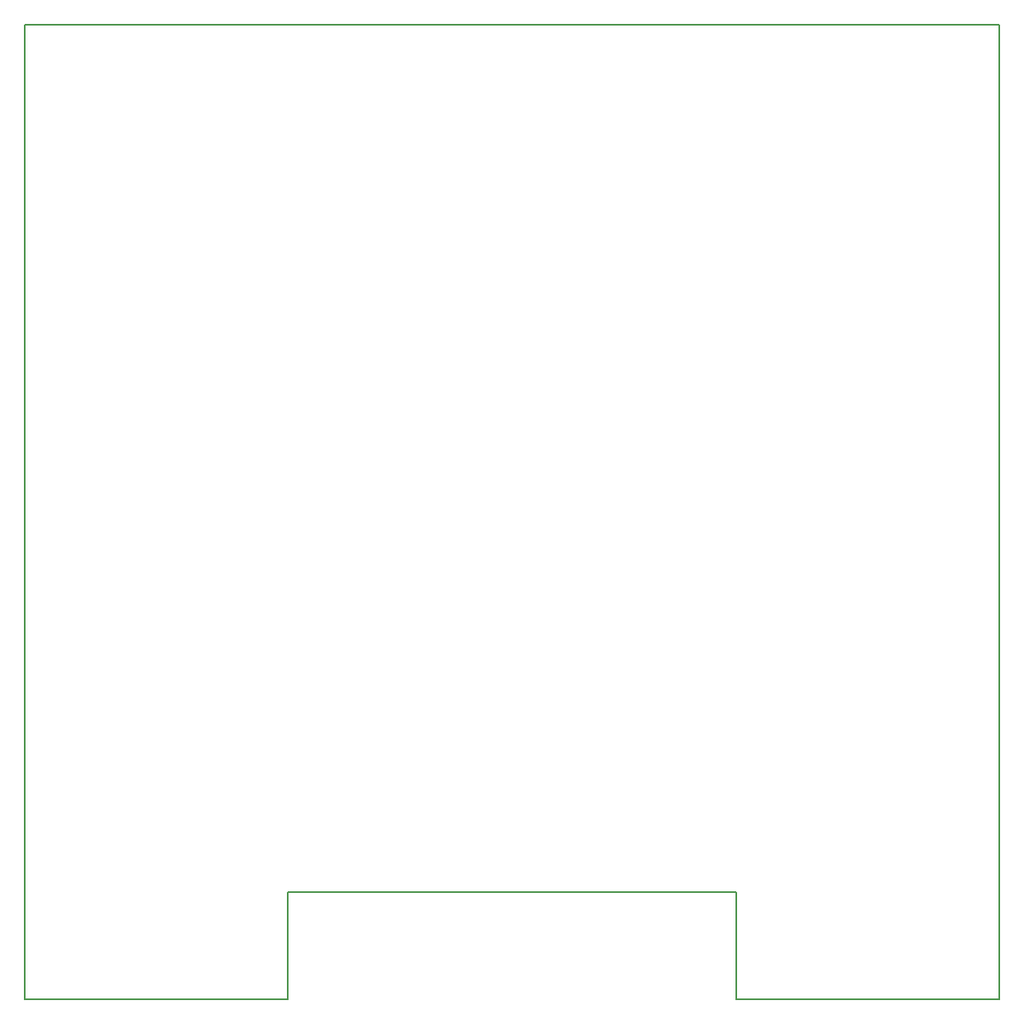
<source format=gbr>
G04 #@! TF.FileFunction,Legend,Bot*
%FSLAX46Y46*%
G04 Gerber Fmt 4.6, Leading zero omitted, Abs format (unit mm)*
G04 Created by KiCad (PCBNEW 4.0.7-e1-6374~58~ubuntu17.04.1) date Tue Aug  1 22:36:46 2017*
%MOMM*%
%LPD*%
G01*
G04 APERTURE LIST*
%ADD10C,0.100000*%
%ADD11C,0.150000*%
G04 APERTURE END LIST*
D10*
D11*
X77000000Y-139000000D02*
X77000000Y-150000000D01*
X123000000Y-139000000D02*
X77000000Y-139000000D01*
X123000000Y-150000000D02*
X123000000Y-139000000D01*
X123000000Y-150000000D02*
X150000000Y-150000000D01*
X50000000Y-150000000D02*
X77000000Y-150000000D01*
X150000000Y-50000000D02*
X150000000Y-150000000D01*
X50000000Y-50000000D02*
X50000000Y-150000000D01*
X50000000Y-50000000D02*
X150000000Y-50000000D01*
M02*

</source>
